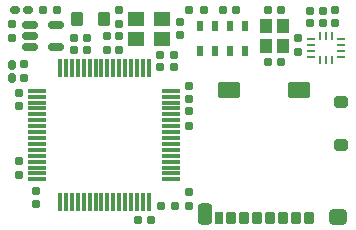
<source format=gbr>
%TF.GenerationSoftware,KiCad,Pcbnew,8.0.0*%
%TF.CreationDate,2024-09-22T12:37:06-04:00*%
%TF.ProjectId,MainBoard,4d61696e-426f-4617-9264-2e6b69636164,rev?*%
%TF.SameCoordinates,Original*%
%TF.FileFunction,Paste,Top*%
%TF.FilePolarity,Positive*%
%FSLAX46Y46*%
G04 Gerber Fmt 4.6, Leading zero omitted, Abs format (unit mm)*
G04 Created by KiCad (PCBNEW 8.0.0) date 2024-09-22 12:37:06*
%MOMM*%
%LPD*%
G01*
G04 APERTURE LIST*
G04 Aperture macros list*
%AMRoundRect*
0 Rectangle with rounded corners*
0 $1 Rounding radius*
0 $2 $3 $4 $5 $6 $7 $8 $9 X,Y pos of 4 corners*
0 Add a 4 corners polygon primitive as box body*
4,1,4,$2,$3,$4,$5,$6,$7,$8,$9,$2,$3,0*
0 Add four circle primitives for the rounded corners*
1,1,$1+$1,$2,$3*
1,1,$1+$1,$4,$5*
1,1,$1+$1,$6,$7*
1,1,$1+$1,$8,$9*
0 Add four rect primitives between the rounded corners*
20,1,$1+$1,$2,$3,$4,$5,0*
20,1,$1+$1,$4,$5,$6,$7,0*
20,1,$1+$1,$6,$7,$8,$9,0*
20,1,$1+$1,$8,$9,$2,$3,0*%
G04 Aperture macros list end*
%ADD10RoundRect,0.155000X0.212500X0.155000X-0.212500X0.155000X-0.212500X-0.155000X0.212500X-0.155000X0*%
%ADD11RoundRect,0.160000X0.160000X-0.197500X0.160000X0.197500X-0.160000X0.197500X-0.160000X-0.197500X0*%
%ADD12RoundRect,0.160000X-0.222500X-0.160000X0.222500X-0.160000X0.222500X0.160000X-0.222500X0.160000X0*%
%ADD13RoundRect,0.155000X-0.155000X0.212500X-0.155000X-0.212500X0.155000X-0.212500X0.155000X0.212500X0*%
%ADD14RoundRect,0.160000X-0.160000X0.222500X-0.160000X-0.222500X0.160000X-0.222500X0.160000X0.222500X0*%
%ADD15R,1.000000X1.150000*%
%ADD16RoundRect,0.155000X0.155000X-0.212500X0.155000X0.212500X-0.155000X0.212500X-0.155000X-0.212500X0*%
%ADD17R,0.550000X0.950000*%
%ADD18RoundRect,0.155000X-0.212500X-0.155000X0.212500X-0.155000X0.212500X0.155000X-0.212500X0.155000X0*%
%ADD19R,0.675000X0.250000*%
%ADD20R,0.250000X0.675000*%
%ADD21RoundRect,0.212500X0.212500X0.337500X-0.212500X0.337500X-0.212500X-0.337500X0.212500X-0.337500X0*%
%ADD22RoundRect,0.187500X0.187500X0.362500X-0.187500X0.362500X-0.187500X-0.362500X0.187500X-0.362500X0*%
%ADD23RoundRect,0.250000X0.350000X0.250000X-0.350000X0.250000X-0.350000X-0.250000X0.350000X-0.250000X0*%
%ADD24RoundRect,0.400000X0.375000X0.275000X-0.375000X0.275000X-0.375000X-0.275000X0.375000X-0.275000X0*%
%ADD25RoundRect,0.250000X0.700000X0.425000X-0.700000X0.425000X-0.700000X-0.425000X0.700000X-0.425000X0*%
%ADD26RoundRect,0.250000X0.335000X0.650000X-0.335000X0.650000X-0.335000X-0.650000X0.335000X-0.650000X0*%
%ADD27RoundRect,0.250000X-0.275000X-0.350000X0.275000X-0.350000X0.275000X0.350000X-0.275000X0.350000X0*%
%ADD28RoundRect,0.160000X-0.197500X-0.160000X0.197500X-0.160000X0.197500X0.160000X-0.197500X0.160000X0*%
%ADD29RoundRect,0.150000X-0.512500X-0.150000X0.512500X-0.150000X0.512500X0.150000X-0.512500X0.150000X0*%
%ADD30RoundRect,0.160000X-0.160000X0.197500X-0.160000X-0.197500X0.160000X-0.197500X0.160000X0.197500X0*%
%ADD31R,1.400000X1.200000*%
%ADD32RoundRect,0.075000X-0.075000X0.700000X-0.075000X-0.700000X0.075000X-0.700000X0.075000X0.700000X0*%
%ADD33RoundRect,0.075000X-0.700000X0.075000X-0.700000X-0.075000X0.700000X-0.075000X0.700000X0.075000X0*%
G04 APERTURE END LIST*
D10*
%TO.C,C15*%
X97567500Y-91800000D03*
X96432500Y-91800000D03*
%TD*%
D11*
%TO.C,R9*%
X100800000Y-90597500D03*
X100800000Y-89402500D03*
%TD*%
D12*
%TO.C,D1*%
X86000000Y-74000000D03*
X87145002Y-74000000D03*
%TD*%
D13*
%TO.C,C16*%
X87800000Y-89332500D03*
X87800000Y-90467500D03*
%TD*%
D14*
%TO.C,D2*%
X85800000Y-78627499D03*
X85800000Y-79772501D03*
%TD*%
D15*
%TO.C,U6*%
X107300000Y-75325000D03*
X107300000Y-77075000D03*
X108700000Y-77075000D03*
X108700000Y-75325000D03*
%TD*%
D16*
%TO.C,C12*%
X94800000Y-75167500D03*
X94800000Y-74032500D03*
%TD*%
D17*
%TO.C,U4*%
X105475000Y-75325000D03*
X104225000Y-75325000D03*
X102975000Y-75325000D03*
X101725000Y-75325000D03*
X101725000Y-77475000D03*
X102975000Y-77475000D03*
X104225000Y-77475000D03*
X105475000Y-77475000D03*
%TD*%
D18*
%TO.C,C5*%
X110970000Y-74100000D03*
X112105000Y-74100000D03*
%TD*%
D19*
%TO.C,U3*%
X113600000Y-78000000D03*
X113600000Y-77500000D03*
X113600000Y-77000000D03*
X113600000Y-76500000D03*
D20*
X112837500Y-76237500D03*
X112337500Y-76237499D03*
X111837500Y-76237500D03*
D19*
X111075000Y-76500000D03*
X111075000Y-77000000D03*
X111075000Y-77500000D03*
X111075000Y-78000000D03*
D20*
X111837500Y-78262500D03*
X112337500Y-78262501D03*
X112837500Y-78262500D03*
%TD*%
D21*
%TO.C,J1*%
X110960000Y-91625000D03*
X109860000Y-91625000D03*
X108760000Y-91625000D03*
X107660000Y-91625000D03*
X106560000Y-91625000D03*
X105460000Y-91625000D03*
X104360000Y-91625000D03*
D22*
X103310000Y-91625000D03*
D23*
X113595000Y-85475000D03*
X113595000Y-81775000D03*
D24*
X113420000Y-91500000D03*
D25*
X110095000Y-80800000D03*
X104125000Y-80800000D03*
D26*
X102100000Y-91275000D03*
%TD*%
D27*
%TO.C,FB1*%
X91250000Y-74800000D03*
X93550000Y-74800000D03*
%TD*%
D10*
%TO.C,C6*%
X89567500Y-74000000D03*
X88432500Y-74000000D03*
%TD*%
D11*
%TO.C,R3*%
X94800000Y-77397500D03*
X94800000Y-76202500D03*
%TD*%
D16*
%TO.C,C24*%
X113137500Y-75135000D03*
X113137500Y-74000000D03*
%TD*%
D13*
%TO.C,C17*%
X100800000Y-80432500D03*
X100800000Y-81567500D03*
%TD*%
D10*
%TO.C,C23*%
X104767500Y-74000000D03*
X103632500Y-74000000D03*
%TD*%
D28*
%TO.C,R12*%
X100802500Y-74000000D03*
X101997500Y-74000000D03*
%TD*%
D18*
%TO.C,C8*%
X98332500Y-77800000D03*
X99467500Y-77800000D03*
%TD*%
D13*
%TO.C,C10*%
X100000000Y-75032500D03*
X100000000Y-76167500D03*
%TD*%
%TO.C,C3*%
X85800000Y-75232500D03*
X85800000Y-76367500D03*
%TD*%
D18*
%TO.C,C18*%
X91032500Y-77432501D03*
X92167500Y-77432501D03*
%TD*%
D29*
%TO.C,U1*%
X87262500Y-75250000D03*
X87262500Y-76200000D03*
X87262500Y-77150000D03*
X89537500Y-77150000D03*
X89537500Y-75250000D03*
%TD*%
D30*
%TO.C,R1*%
X100800000Y-82602500D03*
X100800000Y-83797500D03*
%TD*%
D31*
%TO.C,Y1*%
X98500000Y-74750000D03*
X96300000Y-74750000D03*
X96300000Y-76450000D03*
X98500000Y-76450000D03*
%TD*%
D16*
%TO.C,C13*%
X86400000Y-87967500D03*
X86400000Y-86832500D03*
%TD*%
D10*
%TO.C,C20*%
X108567500Y-74000000D03*
X107432500Y-74000000D03*
%TD*%
D18*
%TO.C,C11*%
X98432500Y-90567500D03*
X99567500Y-90567500D03*
%TD*%
%TO.C,C19*%
X91032500Y-76400000D03*
X92167500Y-76400000D03*
%TD*%
D16*
%TO.C,C1*%
X93800000Y-77367500D03*
X93800000Y-76232500D03*
%TD*%
D30*
%TO.C,R4*%
X86800000Y-78602500D03*
X86800000Y-79797500D03*
%TD*%
D16*
%TO.C,C14*%
X86400000Y-82167500D03*
X86400000Y-81032500D03*
%TD*%
D18*
%TO.C,C9*%
X98332500Y-78800000D03*
X99467500Y-78800000D03*
%TD*%
D32*
%TO.C,U2*%
X97350000Y-78925000D03*
X96850000Y-78925000D03*
X96350000Y-78925000D03*
X95850000Y-78925000D03*
X95350000Y-78925000D03*
X94850000Y-78925000D03*
X94350000Y-78925000D03*
X93850000Y-78925000D03*
X93350000Y-78925000D03*
X92850000Y-78925000D03*
X92350000Y-78925000D03*
X91850000Y-78925000D03*
X91350000Y-78925000D03*
X90850000Y-78925000D03*
X90350000Y-78925000D03*
X89850000Y-78925000D03*
D33*
X87925000Y-80850000D03*
X87925000Y-81350000D03*
X87925000Y-81850000D03*
X87925000Y-82350000D03*
X87925000Y-82850000D03*
X87925000Y-83350000D03*
X87925000Y-83850000D03*
X87925000Y-84350000D03*
X87925000Y-84850000D03*
X87925000Y-85350000D03*
X87925000Y-85850000D03*
X87925000Y-86350000D03*
X87925000Y-86850000D03*
X87925000Y-87350000D03*
X87925000Y-87850000D03*
X87925000Y-88350000D03*
D32*
X89850000Y-90275000D03*
X90350000Y-90275000D03*
X90850000Y-90275000D03*
X91350000Y-90275000D03*
X91850000Y-90275000D03*
X92350000Y-90275000D03*
X92850000Y-90275000D03*
X93350000Y-90275000D03*
X93850000Y-90275000D03*
X94350000Y-90275000D03*
X94850000Y-90275000D03*
X95350000Y-90275000D03*
X95850000Y-90275000D03*
X96350000Y-90275000D03*
X96850000Y-90275000D03*
X97350000Y-90275000D03*
D33*
X99275000Y-88350000D03*
X99275000Y-87850000D03*
X99275000Y-87350000D03*
X99275000Y-86850000D03*
X99275000Y-86350000D03*
X99275000Y-85850000D03*
X99275000Y-85350000D03*
X99275000Y-84850000D03*
X99275000Y-84350000D03*
X99275000Y-83850000D03*
X99275000Y-83350000D03*
X99275000Y-82850000D03*
X99275000Y-82350000D03*
X99275000Y-81850000D03*
X99275000Y-81350000D03*
X99275000Y-80850000D03*
%TD*%
D30*
%TO.C,R14*%
X110000000Y-76402500D03*
X110000000Y-77597500D03*
%TD*%
D18*
%TO.C,C22*%
X110970000Y-75100000D03*
X112105000Y-75100000D03*
%TD*%
D10*
%TO.C,C21*%
X108567500Y-78400000D03*
X107432500Y-78400000D03*
%TD*%
M02*

</source>
